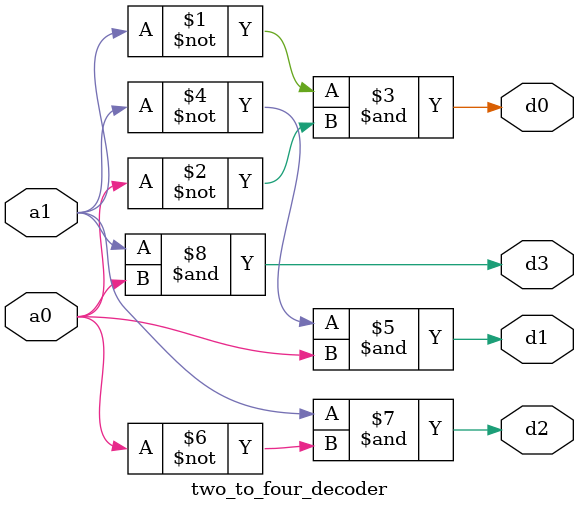
<source format=sv>
module two_to_four_decoder(
	output d0,d1,d2,d3,
	input a0, a1
);

assign d0 = ~a1&~a0;
assign d1 = ~a1&a0;
assign d2 = a1&~a0;
assign d3 = a1&a0;

endmodule
</source>
